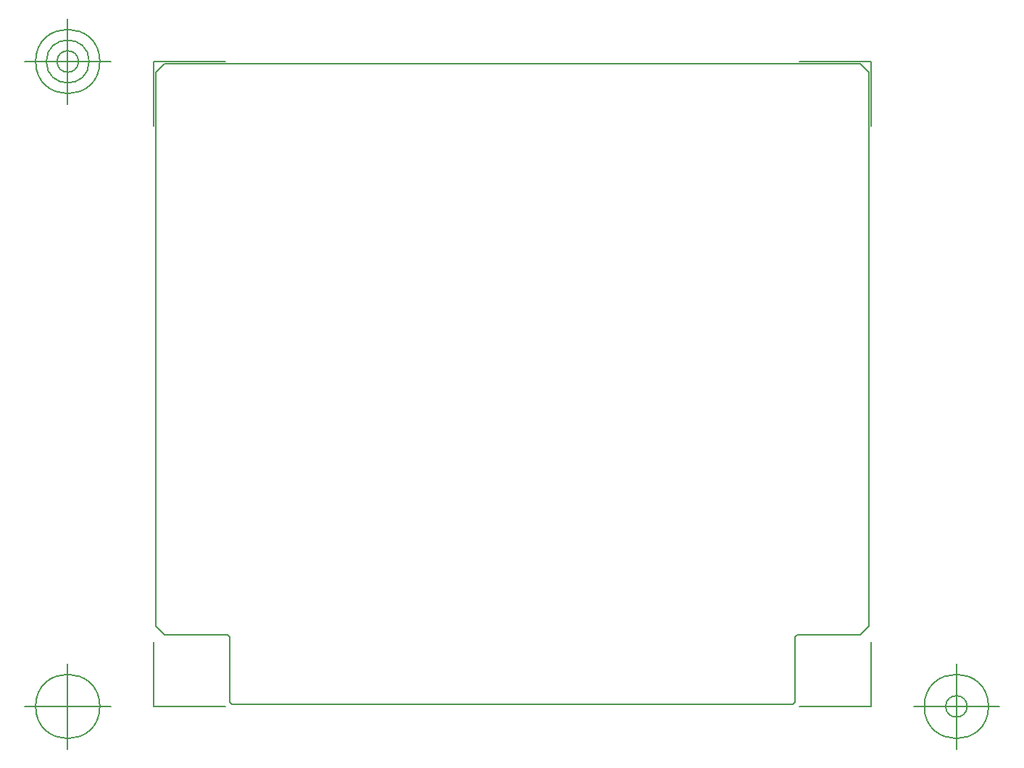
<source format=gbr>
G04 Generated by Ultiboard 14.0 *
%FSLAX34Y34*%
%MOMM*%

%ADD10C,0.0001*%
%ADD11C,0.1270*%


G04 ColorRGB 00FFFF for the following layer *
%LNBoard Outline*%
%LPD*%
G54D10*
G54D11*
X281940Y58420D02*
X937260Y58420D01*
X279400Y137160D02*
X279400Y60960D01*
X939800Y60960D02*
X939800Y137160D01*
X276860Y139700D02*
X279400Y137160D01*
X279400Y60960D02*
X281940Y58420D01*
X937260Y58420D02*
X939800Y60960D01*
X939800Y137160D02*
X942340Y139700D01*
X1016000Y139700D02*
X1026160Y149860D01*
X942340Y139700D02*
X1016000Y139700D01*
X1026160Y797560D02*
X1016000Y807720D01*
X1026160Y149860D02*
X1026160Y797560D01*
X193040Y797560D02*
X193040Y149860D01*
X203200Y139700D01*
X203200Y807720D02*
X193040Y797560D01*
X203200Y139700D02*
X276860Y139700D01*
X1016000Y807720D02*
X203200Y807720D01*
X190500Y55880D02*
X190500Y131318D01*
X190500Y55880D02*
X274320Y55880D01*
X1028700Y55880D02*
X944880Y55880D01*
X1028700Y55880D02*
X1028700Y131318D01*
X1028700Y810260D02*
X1028700Y734822D01*
X1028700Y810260D02*
X944880Y810260D01*
X190500Y810260D02*
X274320Y810260D01*
X190500Y810260D02*
X190500Y734822D01*
X140500Y55880D02*
X40500Y55880D01*
X90500Y5880D02*
X90500Y105880D01*
X53000Y55880D02*
G75*
D01*
G02X53000Y55880I37500J0*
G01*
X1078700Y55880D02*
X1178700Y55880D01*
X1128700Y5880D02*
X1128700Y105880D01*
X1091200Y55880D02*
G75*
D01*
G02X1091200Y55880I37500J0*
G01*
X1116200Y55880D02*
G75*
D01*
G02X1116200Y55880I12500J0*
G01*
X140500Y810260D02*
X40500Y810260D01*
X90500Y760260D02*
X90500Y860260D01*
X53000Y810260D02*
G75*
D01*
G02X53000Y810260I37500J0*
G01*
X65500Y810260D02*
G75*
D01*
G02X65500Y810260I25000J0*
G01*
X78000Y810260D02*
G75*
D01*
G02X78000Y810260I12500J0*
G01*
X281940Y58420D02*
X937260Y58420D01*
X279400Y137160D02*
X279400Y60960D01*
X939800Y60960D02*
X939800Y137160D01*
X276860Y139700D02*
X279400Y137160D01*
X279400Y60960D02*
X281940Y58420D01*
X937260Y58420D02*
X939800Y60960D01*
X939800Y137160D02*
X942340Y139700D01*
X1016000Y139700D02*
X1026160Y149860D01*
X942340Y139700D02*
X1016000Y139700D01*
X1026160Y797560D02*
X1016000Y807720D01*
X1026160Y149860D02*
X1026160Y797560D01*
X193040Y797560D02*
X193040Y149860D01*
X203200Y139700D01*
X203200Y807720D02*
X193040Y797560D01*
X203200Y139700D02*
X276860Y139700D01*
X1016000Y807720D02*
X203200Y807720D01*
X190500Y55880D02*
X190500Y131318D01*
X190500Y55880D02*
X274320Y55880D01*
X1028700Y55880D02*
X944880Y55880D01*
X1028700Y55880D02*
X1028700Y131318D01*
X1028700Y810260D02*
X1028700Y734822D01*
X1028700Y810260D02*
X944880Y810260D01*
X190500Y810260D02*
X274320Y810260D01*
X190500Y810260D02*
X190500Y734822D01*
X140500Y55880D02*
X40500Y55880D01*
X90500Y5880D02*
X90500Y105880D01*
X53000Y55880D02*
G75*
D01*
G02X53000Y55880I37500J0*
G01*
X1078700Y55880D02*
X1178700Y55880D01*
X1128700Y5880D02*
X1128700Y105880D01*
X1091200Y55880D02*
G75*
D01*
G02X1091200Y55880I37500J0*
G01*
X1116200Y55880D02*
G75*
D01*
G02X1116200Y55880I12500J0*
G01*
X140500Y810260D02*
X40500Y810260D01*
X90500Y760260D02*
X90500Y860260D01*
X53000Y810260D02*
G75*
D01*
G02X53000Y810260I37500J0*
G01*
X65500Y810260D02*
G75*
D01*
G02X65500Y810260I25000J0*
G01*
X78000Y810260D02*
G75*
D01*
G02X78000Y810260I12500J0*
G01*

M02*

</source>
